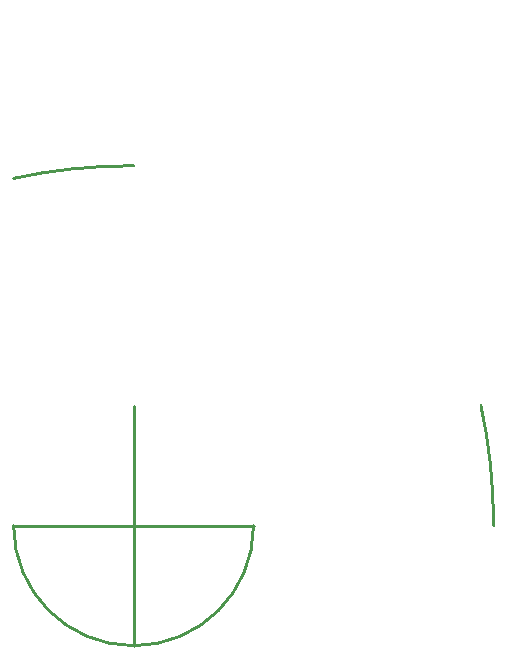
<source format=gbr>
From 8d5e782ccf220d77f0aad5a4e5605dc5cbe0f410 Mon Sep 17 00:00:00 2001
From: Garret Fick <garret@ficksworkshop.com>
Date: Sat, 6 Aug 2016 09:51:58 +0800
Subject: Fix multiple problems with the merge. There are still errors, but I
 will intentionally leave them because future merges might resolve them

---
 gerber/tests/golden/example_single_quadrant.gbr | 16 ++++++++++++++++
 1 file changed, 16 insertions(+)
 create mode 100644 gerber/tests/golden/example_single_quadrant.gbr

(limited to 'gerber/tests/golden/example_single_quadrant.gbr')

diff --git a/gerber/tests/golden/example_single_quadrant.gbr b/gerber/tests/golden/example_single_quadrant.gbr
new file mode 100644
index 0000000..b0a3166
--- /dev/null
+++ b/gerber/tests/golden/example_single_quadrant.gbr
@@ -0,0 +1,16 @@
+%FSLAX23Y23*%
+%MOIN*%
+%ADD10C,0.01*%
+G74*
+D10*
+%LPD*%
+G01X1100Y600D02*
+G03X700Y1000I-400J0D01*
+G03X300Y600I0J-400D01*
+G03X700Y200I400J0D01*
+G03X1100Y600I0J400D01*
+G01X300D02*
+X1100D01*
+X700Y200D02*
+Y1000D01*
+M02*
-- 
cgit 


</source>
